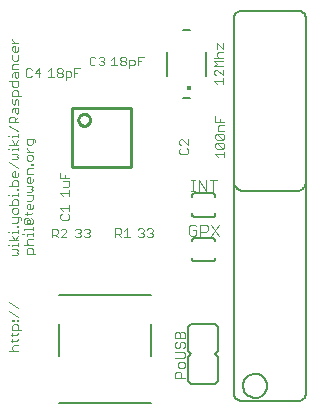
<source format=gto>
G75*
G70*
%OFA0B0*%
%FSLAX24Y24*%
%IPPOS*%
%LPD*%
%AMOC8*
5,1,8,0,0,1.08239X$1,22.5*
%
%ADD10C,0.0030*%
%ADD11C,0.0060*%
%ADD12C,0.0080*%
%ADD13C,0.0143*%
%ADD14C,0.0050*%
%ADD15C,0.0100*%
D10*
X000395Y001895D02*
X000685Y001895D01*
X000540Y001895D02*
X000492Y001943D01*
X000492Y002040D01*
X000540Y002088D01*
X000685Y002088D01*
X000637Y002238D02*
X000685Y002286D01*
X000637Y002238D02*
X000443Y002238D01*
X000492Y002190D02*
X000492Y002286D01*
X000492Y002386D02*
X000492Y002483D01*
X000443Y002434D02*
X000637Y002434D01*
X000685Y002483D01*
X000685Y002583D02*
X000685Y002728D01*
X000637Y002776D01*
X000540Y002776D01*
X000492Y002728D01*
X000492Y002583D01*
X000782Y002583D01*
X000685Y002877D02*
X000637Y002877D01*
X000637Y002926D01*
X000685Y002926D01*
X000685Y002877D01*
X000540Y002877D02*
X000492Y002877D01*
X000492Y002926D01*
X000540Y002926D01*
X000540Y002877D01*
X000685Y003024D02*
X000395Y003218D01*
X000395Y003513D02*
X000685Y003319D01*
X000637Y005087D02*
X000492Y005087D01*
X000637Y005087D02*
X000685Y005135D01*
X000637Y005184D01*
X000685Y005232D01*
X000637Y005281D01*
X000492Y005281D01*
X000492Y005382D02*
X000492Y005430D01*
X000685Y005430D01*
X000685Y005382D02*
X000685Y005478D01*
X000685Y005578D02*
X000395Y005578D01*
X000395Y005430D02*
X000346Y005430D01*
X000588Y005578D02*
X000492Y005723D01*
X000492Y005824D02*
X000492Y005872D01*
X000685Y005872D01*
X000685Y005824D02*
X000685Y005920D01*
X000685Y006020D02*
X000685Y006068D01*
X000637Y006068D01*
X000637Y006020D01*
X000685Y006020D01*
X000637Y006167D02*
X000685Y006216D01*
X000685Y006361D01*
X000733Y006361D02*
X000782Y006313D01*
X000782Y006264D01*
X000875Y006263D02*
X000875Y006167D01*
X000923Y006118D01*
X001117Y006118D01*
X001165Y006167D01*
X001165Y006263D01*
X001117Y006312D01*
X001068Y006263D02*
X000972Y006263D01*
X000972Y006167D01*
X001068Y006167D01*
X001068Y006263D01*
X001020Y006312D01*
X000923Y006312D01*
X000875Y006263D01*
X000972Y006413D02*
X000972Y006510D01*
X000923Y006461D02*
X001117Y006461D01*
X001165Y006510D01*
X001117Y006609D02*
X001020Y006609D01*
X000972Y006658D01*
X000972Y006755D01*
X001020Y006803D01*
X001068Y006803D01*
X001068Y006609D01*
X001117Y006609D02*
X001165Y006658D01*
X001165Y006755D01*
X001117Y006904D02*
X001165Y006952D01*
X001165Y007098D01*
X000972Y007098D01*
X000972Y007199D02*
X001117Y007199D01*
X001165Y007247D01*
X001117Y007295D01*
X001165Y007344D01*
X001117Y007392D01*
X000972Y007392D01*
X001020Y007493D02*
X000972Y007542D01*
X000972Y007639D01*
X001020Y007687D01*
X001068Y007687D01*
X001068Y007493D01*
X001020Y007493D02*
X001117Y007493D01*
X001165Y007542D01*
X001165Y007639D01*
X001165Y007788D02*
X000972Y007788D01*
X000972Y007933D01*
X001020Y007982D01*
X001165Y007982D01*
X001165Y008083D02*
X001117Y008083D01*
X001117Y008131D01*
X001165Y008131D01*
X001165Y008083D01*
X001117Y008230D02*
X001165Y008278D01*
X001165Y008375D01*
X001117Y008424D01*
X001020Y008424D01*
X000972Y008375D01*
X000972Y008278D01*
X001020Y008230D01*
X001117Y008230D01*
X001165Y008525D02*
X000972Y008525D01*
X001068Y008525D02*
X000972Y008621D01*
X000972Y008670D01*
X001020Y008770D02*
X001117Y008770D01*
X001165Y008819D01*
X001165Y008964D01*
X001213Y008964D02*
X000972Y008964D01*
X000972Y008819D01*
X001020Y008770D01*
X001213Y008964D02*
X001262Y008915D01*
X001262Y008867D01*
X000685Y008915D02*
X000588Y008770D01*
X000492Y008915D01*
X000492Y009016D02*
X000492Y009064D01*
X000685Y009064D01*
X000685Y009016D02*
X000685Y009112D01*
X000685Y009212D02*
X000395Y009406D01*
X000395Y009507D02*
X000395Y009652D01*
X000443Y009700D01*
X000540Y009700D01*
X000588Y009652D01*
X000588Y009507D01*
X000588Y009604D02*
X000685Y009700D01*
X000637Y009801D02*
X000588Y009850D01*
X000588Y009995D01*
X000540Y009995D02*
X000685Y009995D01*
X000685Y009850D01*
X000637Y009801D01*
X000492Y009850D02*
X000492Y009947D01*
X000540Y009995D01*
X000540Y010096D02*
X000492Y010145D01*
X000492Y010290D01*
X000492Y010391D02*
X000492Y010536D01*
X000540Y010584D01*
X000637Y010584D01*
X000685Y010536D01*
X000685Y010391D01*
X000782Y010391D02*
X000492Y010391D01*
X000637Y010290D02*
X000588Y010241D01*
X000588Y010145D01*
X000540Y010096D01*
X000685Y010096D02*
X000685Y010241D01*
X000637Y010290D01*
X000637Y010685D02*
X000540Y010685D01*
X000492Y010734D01*
X000492Y010879D01*
X000395Y010879D02*
X000685Y010879D01*
X000685Y010734D01*
X000637Y010685D01*
X000637Y010980D02*
X000588Y011028D01*
X000588Y011174D01*
X000540Y011174D02*
X000685Y011174D01*
X000685Y011028D01*
X000637Y010980D01*
X000492Y011028D02*
X000492Y011125D01*
X000540Y011174D01*
X000492Y011275D02*
X000492Y011420D01*
X000540Y011468D01*
X000685Y011468D01*
X000637Y011569D02*
X000685Y011618D01*
X000685Y011763D01*
X000637Y011864D02*
X000540Y011864D01*
X000492Y011912D01*
X000492Y012009D01*
X000540Y012058D01*
X000588Y012058D01*
X000588Y011864D01*
X000637Y011864D02*
X000685Y011912D01*
X000685Y012009D01*
X000685Y012159D02*
X000492Y012159D01*
X000588Y012159D02*
X000492Y012255D01*
X000492Y012304D01*
X000492Y011763D02*
X000492Y011618D01*
X000540Y011569D01*
X000637Y011569D01*
X000685Y011275D02*
X000492Y011275D01*
X000943Y011267D02*
X000943Y011073D01*
X000992Y011025D01*
X001088Y011025D01*
X001137Y011073D01*
X001238Y011170D02*
X001431Y011170D01*
X001383Y011025D02*
X001383Y011315D01*
X001238Y011170D01*
X001137Y011267D02*
X001088Y011315D01*
X000992Y011315D01*
X000943Y011267D01*
X001679Y011218D02*
X001776Y011315D01*
X001776Y011025D01*
X001872Y011025D02*
X001679Y011025D01*
X001974Y011073D02*
X001974Y011122D01*
X002022Y011170D01*
X002119Y011170D01*
X002167Y011122D01*
X002167Y011073D01*
X002119Y011025D01*
X002022Y011025D01*
X001974Y011073D01*
X002022Y011170D02*
X001974Y011218D01*
X001974Y011267D01*
X002022Y011315D01*
X002119Y011315D01*
X002167Y011267D01*
X002167Y011218D01*
X002119Y011170D01*
X002268Y011218D02*
X002268Y010928D01*
X002268Y011025D02*
X002413Y011025D01*
X002462Y011073D01*
X002462Y011170D01*
X002413Y011218D01*
X002268Y011218D01*
X002563Y011170D02*
X002660Y011170D01*
X002563Y011025D02*
X002563Y011315D01*
X002756Y011315D01*
X003070Y011456D02*
X003118Y011408D01*
X003215Y011408D01*
X003263Y011456D01*
X003365Y011456D02*
X003413Y011408D01*
X003510Y011408D01*
X003558Y011456D01*
X003558Y011504D01*
X003510Y011553D01*
X003461Y011553D01*
X003510Y011553D02*
X003558Y011601D01*
X003558Y011649D01*
X003510Y011698D01*
X003413Y011698D01*
X003365Y011649D01*
X003263Y011649D02*
X003215Y011698D01*
X003118Y011698D01*
X003070Y011649D01*
X003070Y011456D01*
X003795Y011408D02*
X003988Y011408D01*
X003892Y011408D02*
X003892Y011698D01*
X003795Y011601D01*
X004090Y011601D02*
X004090Y011649D01*
X004138Y011698D01*
X004235Y011698D01*
X004283Y011649D01*
X004283Y011601D01*
X004235Y011553D01*
X004138Y011553D01*
X004090Y011601D01*
X004138Y011553D02*
X004090Y011504D01*
X004090Y011456D01*
X004138Y011408D01*
X004235Y011408D01*
X004283Y011456D01*
X004283Y011504D01*
X004235Y011553D01*
X004384Y011601D02*
X004384Y011311D01*
X004384Y011408D02*
X004529Y011408D01*
X004578Y011456D01*
X004578Y011553D01*
X004529Y011601D01*
X004384Y011601D01*
X004679Y011553D02*
X004776Y011553D01*
X004872Y011698D02*
X004679Y011698D01*
X004679Y011408D01*
X006111Y008946D02*
X006062Y008897D01*
X006062Y008801D01*
X006111Y008752D01*
X006111Y008651D02*
X006062Y008603D01*
X006062Y008506D01*
X006111Y008458D01*
X006304Y008458D01*
X006353Y008506D01*
X006353Y008603D01*
X006304Y008651D01*
X006353Y008752D02*
X006159Y008946D01*
X006111Y008946D01*
X006353Y008946D02*
X006353Y008752D01*
X007262Y008785D02*
X007262Y008688D01*
X007311Y008640D01*
X007504Y008640D01*
X007311Y008833D01*
X007504Y008833D01*
X007553Y008785D01*
X007553Y008688D01*
X007504Y008640D01*
X007553Y008538D02*
X007553Y008345D01*
X007553Y008442D02*
X007262Y008442D01*
X007359Y008345D01*
X007262Y008785D02*
X007311Y008833D01*
X007311Y008934D02*
X007262Y008983D01*
X007262Y009079D01*
X007311Y009128D01*
X007504Y008934D01*
X007553Y008983D01*
X007553Y009079D01*
X007504Y009128D01*
X007311Y009128D01*
X007359Y009229D02*
X007359Y009374D01*
X007407Y009422D01*
X007553Y009422D01*
X007553Y009524D02*
X007262Y009524D01*
X007262Y009717D01*
X007407Y009620D02*
X007407Y009524D01*
X007359Y009229D02*
X007553Y009229D01*
X007504Y008934D02*
X007311Y008934D01*
X007318Y007590D02*
X007071Y007590D01*
X006950Y007590D02*
X006950Y007220D01*
X006703Y007590D01*
X006703Y007220D01*
X006581Y007220D02*
X006458Y007220D01*
X006519Y007220D02*
X006519Y007590D01*
X006458Y007590D02*
X006581Y007590D01*
X007195Y007590D02*
X007195Y007220D01*
X007119Y006103D02*
X007366Y005733D01*
X007119Y005733D02*
X007366Y006103D01*
X006998Y006041D02*
X006998Y005918D01*
X006936Y005856D01*
X006751Y005856D01*
X006751Y005733D02*
X006751Y006103D01*
X006936Y006103D01*
X006998Y006041D01*
X006629Y006041D02*
X006568Y006103D01*
X006444Y006103D01*
X006383Y006041D01*
X006383Y005794D01*
X006444Y005733D01*
X006568Y005733D01*
X006629Y005794D01*
X006629Y005918D01*
X006506Y005918D01*
X005169Y005929D02*
X005169Y005881D01*
X005120Y005833D01*
X005169Y005784D01*
X005169Y005736D01*
X005120Y005688D01*
X005024Y005688D01*
X004975Y005736D01*
X004874Y005736D02*
X004826Y005688D01*
X004729Y005688D01*
X004681Y005736D01*
X004777Y005833D02*
X004826Y005833D01*
X004874Y005784D01*
X004874Y005736D01*
X004826Y005833D02*
X004874Y005881D01*
X004874Y005929D01*
X004826Y005978D01*
X004729Y005978D01*
X004681Y005929D01*
X004419Y005688D02*
X004225Y005688D01*
X004322Y005688D02*
X004322Y005978D01*
X004225Y005881D01*
X004124Y005929D02*
X004124Y005833D01*
X004076Y005784D01*
X003931Y005784D01*
X004027Y005784D02*
X004124Y005688D01*
X003931Y005688D02*
X003931Y005978D01*
X004076Y005978D01*
X004124Y005929D01*
X004975Y005929D02*
X005024Y005978D01*
X005120Y005978D01*
X005169Y005929D01*
X005120Y005833D02*
X005072Y005833D01*
X003069Y005868D02*
X003020Y005820D01*
X003069Y005772D01*
X003069Y005723D01*
X003020Y005675D01*
X002924Y005675D01*
X002875Y005723D01*
X002774Y005723D02*
X002726Y005675D01*
X002629Y005675D01*
X002581Y005723D01*
X002677Y005820D02*
X002726Y005820D01*
X002774Y005772D01*
X002774Y005723D01*
X002726Y005820D02*
X002774Y005868D01*
X002774Y005917D01*
X002726Y005965D01*
X002629Y005965D01*
X002581Y005917D01*
X002294Y005917D02*
X002245Y005965D01*
X002149Y005965D01*
X002100Y005917D01*
X001999Y005917D02*
X001999Y005820D01*
X001951Y005772D01*
X001806Y005772D01*
X001902Y005772D02*
X001999Y005675D01*
X002100Y005675D02*
X002294Y005868D01*
X002294Y005917D01*
X002294Y005675D02*
X002100Y005675D01*
X001999Y005917D02*
X001951Y005965D01*
X001806Y005965D01*
X001806Y005675D01*
X002138Y006262D02*
X002090Y006310D01*
X002090Y006407D01*
X002138Y006455D01*
X002187Y006557D02*
X002090Y006653D01*
X002380Y006653D01*
X002380Y006557D02*
X002380Y006750D01*
X002380Y007055D02*
X002380Y007248D01*
X002380Y007152D02*
X002090Y007152D01*
X002187Y007055D01*
X002187Y007349D02*
X002332Y007349D01*
X002380Y007398D01*
X002380Y007543D01*
X002187Y007543D01*
X002235Y007644D02*
X002235Y007741D01*
X002380Y007644D02*
X002090Y007644D01*
X002090Y007838D01*
X001117Y006904D02*
X000972Y006904D01*
X000685Y006902D02*
X000685Y006757D01*
X000395Y006757D01*
X000492Y006757D02*
X000492Y006902D01*
X000540Y006950D01*
X000637Y006950D01*
X000685Y006902D01*
X000685Y007051D02*
X000685Y007148D01*
X000685Y007100D02*
X000492Y007100D01*
X000492Y007051D01*
X000395Y007100D02*
X000346Y007100D01*
X000395Y007395D02*
X000685Y007395D01*
X000685Y007540D01*
X000637Y007589D01*
X000540Y007589D01*
X000492Y007540D01*
X000492Y007395D01*
X000637Y007296D02*
X000637Y007248D01*
X000685Y007248D01*
X000685Y007296D01*
X000637Y007296D01*
X000637Y007690D02*
X000540Y007690D01*
X000492Y007738D01*
X000492Y007835D01*
X000540Y007883D01*
X000588Y007883D01*
X000588Y007690D01*
X000637Y007690D02*
X000685Y007738D01*
X000685Y007835D01*
X000685Y007984D02*
X000395Y008178D01*
X000492Y008279D02*
X000637Y008279D01*
X000685Y008327D01*
X000637Y008376D01*
X000685Y008424D01*
X000637Y008473D01*
X000492Y008473D01*
X000492Y008574D02*
X000492Y008622D01*
X000685Y008622D01*
X000685Y008574D02*
X000685Y008671D01*
X000685Y008770D02*
X000395Y008770D01*
X000395Y008622D02*
X000346Y008622D01*
X000346Y009064D02*
X000395Y009064D01*
X000395Y009507D02*
X000685Y009507D01*
X000637Y006656D02*
X000540Y006656D01*
X000492Y006607D01*
X000492Y006510D01*
X000540Y006462D01*
X000637Y006462D01*
X000685Y006510D01*
X000685Y006607D01*
X000637Y006656D01*
X000733Y006361D02*
X000492Y006361D01*
X000492Y006167D02*
X000637Y006167D01*
X000875Y005970D02*
X000875Y005922D01*
X000875Y005970D02*
X001165Y005970D01*
X001165Y005922D02*
X001165Y006019D01*
X001165Y005822D02*
X001165Y005725D01*
X001165Y005774D02*
X000972Y005774D01*
X000972Y005725D01*
X000875Y005774D02*
X000826Y005774D01*
X000685Y005723D02*
X000588Y005578D01*
X000395Y005872D02*
X000346Y005872D01*
X000875Y005431D02*
X001165Y005431D01*
X001117Y005330D02*
X001165Y005281D01*
X001165Y005136D01*
X001262Y005136D02*
X000972Y005136D01*
X000972Y005281D01*
X001020Y005330D01*
X001117Y005330D01*
X001020Y005431D02*
X000972Y005479D01*
X000972Y005576D01*
X001020Y005624D01*
X001165Y005624D01*
X002138Y006262D02*
X002332Y006262D01*
X002380Y006310D01*
X002380Y006407D01*
X002332Y006455D01*
X002875Y005917D02*
X002924Y005965D01*
X003020Y005965D01*
X003069Y005917D01*
X003069Y005868D01*
X003020Y005820D02*
X002972Y005820D01*
X005965Y002529D02*
X006020Y002529D01*
X006075Y002474D01*
X006075Y002308D01*
X006130Y002197D02*
X006185Y002197D01*
X006240Y002142D01*
X006240Y002032D01*
X006185Y001977D01*
X006185Y001866D02*
X005910Y001866D01*
X005965Y001977D02*
X006020Y001977D01*
X006075Y002032D01*
X006075Y002142D01*
X006130Y002197D01*
X006240Y002308D02*
X006240Y002474D01*
X006185Y002529D01*
X006130Y002529D01*
X006075Y002474D01*
X005965Y002529D02*
X005910Y002474D01*
X005910Y002308D01*
X006240Y002308D01*
X005965Y002197D02*
X005910Y002142D01*
X005910Y002032D01*
X005965Y001977D01*
X006185Y001866D02*
X006240Y001811D01*
X006240Y001701D01*
X006185Y001645D01*
X005910Y001645D01*
X006075Y001534D02*
X006020Y001479D01*
X006020Y001369D01*
X006075Y001314D01*
X006185Y001314D01*
X006240Y001369D01*
X006240Y001479D01*
X006185Y001534D01*
X006075Y001534D01*
X006075Y001203D02*
X005965Y001203D01*
X005910Y001148D01*
X005910Y000983D01*
X006240Y000983D01*
X006130Y000983D02*
X006130Y001148D01*
X006075Y001203D01*
X007317Y010784D02*
X007220Y010881D01*
X007510Y010881D01*
X007510Y010784D02*
X007510Y010978D01*
X007510Y011079D02*
X007317Y011272D01*
X007268Y011272D01*
X007220Y011224D01*
X007220Y011127D01*
X007268Y011079D01*
X007510Y011079D02*
X007510Y011272D01*
X007510Y011374D02*
X007220Y011374D01*
X007317Y011470D01*
X007220Y011567D01*
X007510Y011567D01*
X007510Y011668D02*
X007220Y011668D01*
X007317Y011717D02*
X007317Y011813D01*
X007365Y011862D01*
X007510Y011862D01*
X007510Y011963D02*
X007510Y012156D01*
X007317Y012156D02*
X007510Y011963D01*
X007317Y011963D02*
X007317Y012156D01*
X007317Y011717D02*
X007365Y011668D01*
D11*
X007880Y012980D02*
X007880Y000480D01*
X007882Y000450D01*
X007887Y000420D01*
X007896Y000391D01*
X007909Y000364D01*
X007924Y000338D01*
X007943Y000314D01*
X007964Y000293D01*
X007988Y000274D01*
X008014Y000259D01*
X008041Y000246D01*
X008070Y000237D01*
X008100Y000232D01*
X008130Y000230D01*
X010030Y000230D01*
X010060Y000232D01*
X010090Y000237D01*
X010119Y000246D01*
X010146Y000259D01*
X010172Y000274D01*
X010196Y000293D01*
X010217Y000314D01*
X010236Y000338D01*
X010251Y000364D01*
X010264Y000391D01*
X010273Y000420D01*
X010278Y000450D01*
X010280Y000480D01*
X010280Y012980D01*
X010278Y013010D01*
X010273Y013040D01*
X010264Y013069D01*
X010251Y013096D01*
X010236Y013122D01*
X010217Y013146D01*
X010196Y013167D01*
X010172Y013186D01*
X010146Y013201D01*
X010119Y013214D01*
X010090Y013223D01*
X010060Y013228D01*
X010030Y013230D01*
X008130Y013230D01*
X008100Y013228D01*
X008070Y013223D01*
X008041Y013214D01*
X008014Y013201D01*
X007988Y013186D01*
X007964Y013167D01*
X007943Y013146D01*
X007924Y013122D01*
X007909Y013096D01*
X007896Y013069D01*
X007887Y013040D01*
X007882Y013010D01*
X007880Y012980D01*
X007880Y007530D02*
X007882Y007496D01*
X007888Y007463D01*
X007897Y007431D01*
X007910Y007400D01*
X007926Y007370D01*
X007945Y007343D01*
X007968Y007318D01*
X007993Y007295D01*
X008020Y007276D01*
X008050Y007260D01*
X008081Y007247D01*
X008113Y007238D01*
X008146Y007232D01*
X008180Y007230D01*
X009980Y007230D01*
X010014Y007232D01*
X010047Y007238D01*
X010079Y007247D01*
X010110Y007260D01*
X010140Y007276D01*
X010167Y007295D01*
X010192Y007318D01*
X010215Y007343D01*
X010234Y007370D01*
X010250Y007400D01*
X010263Y007431D01*
X010272Y007463D01*
X010278Y007496D01*
X010280Y007530D01*
X007255Y002780D02*
X006455Y002780D01*
X006355Y002680D01*
X006355Y001880D01*
X006455Y001780D01*
X006355Y001680D01*
X006355Y000880D01*
X006455Y000780D01*
X007255Y000780D01*
X007355Y000880D01*
X007355Y001680D01*
X007255Y001780D01*
X007355Y001880D01*
X007355Y002680D01*
X007255Y002780D01*
D12*
X007182Y004874D02*
X006553Y004874D01*
X006552Y004874D02*
X006536Y004879D01*
X006520Y004887D01*
X006506Y004897D01*
X006494Y004909D01*
X006484Y004924D01*
X006477Y004940D01*
X006473Y004957D01*
X006472Y004974D01*
X006474Y004992D01*
X006474Y005543D02*
X006472Y005561D01*
X006473Y005578D01*
X006477Y005595D01*
X006484Y005611D01*
X006494Y005626D01*
X006506Y005638D01*
X006520Y005648D01*
X006536Y005656D01*
X006552Y005661D01*
X006553Y005661D02*
X007182Y005661D01*
X007183Y005661D02*
X007199Y005656D01*
X007215Y005648D01*
X007229Y005638D01*
X007241Y005626D01*
X007251Y005611D01*
X007258Y005595D01*
X007262Y005578D01*
X007263Y005561D01*
X007261Y005543D01*
X007261Y004992D02*
X007263Y004974D01*
X007262Y004957D01*
X007258Y004940D01*
X007251Y004924D01*
X007241Y004909D01*
X007229Y004897D01*
X007215Y004887D01*
X007199Y004879D01*
X007183Y004874D01*
X007182Y006361D02*
X006553Y006361D01*
X006552Y006362D02*
X006536Y006367D01*
X006520Y006375D01*
X006506Y006385D01*
X006494Y006397D01*
X006484Y006412D01*
X006477Y006428D01*
X006473Y006445D01*
X006472Y006462D01*
X006474Y006480D01*
X006474Y007030D02*
X006472Y007048D01*
X006473Y007065D01*
X006477Y007082D01*
X006484Y007098D01*
X006494Y007113D01*
X006506Y007125D01*
X006520Y007135D01*
X006536Y007143D01*
X006552Y007148D01*
X006553Y007149D02*
X007182Y007149D01*
X007183Y007148D02*
X007199Y007143D01*
X007215Y007135D01*
X007229Y007125D01*
X007241Y007113D01*
X007251Y007098D01*
X007258Y007082D01*
X007262Y007065D01*
X007263Y007048D01*
X007261Y007030D01*
X007261Y006480D02*
X007263Y006462D01*
X007262Y006445D01*
X007258Y006428D01*
X007251Y006412D01*
X007241Y006397D01*
X007229Y006385D01*
X007215Y006375D01*
X007199Y006367D01*
X007183Y006362D01*
X006411Y010313D02*
X006174Y010313D01*
X005643Y011042D02*
X005643Y011868D01*
X006174Y012597D02*
X006411Y012597D01*
X006942Y011868D02*
X006942Y011042D01*
D13*
X006371Y010648D03*
D14*
X005115Y003766D02*
X002045Y003766D01*
X002320Y003766D02*
X002753Y003766D01*
X002045Y002782D02*
X002045Y001719D01*
X002045Y000144D02*
X005115Y000144D01*
X005115Y001719D02*
X005115Y002782D01*
X004840Y003766D02*
X004407Y003766D01*
X008180Y000730D02*
X008182Y000770D01*
X008188Y000809D01*
X008198Y000848D01*
X008211Y000885D01*
X008229Y000921D01*
X008250Y000955D01*
X008274Y000987D01*
X008301Y001016D01*
X008331Y001043D01*
X008363Y001066D01*
X008398Y001086D01*
X008434Y001102D01*
X008472Y001115D01*
X008511Y001124D01*
X008550Y001129D01*
X008590Y001130D01*
X008630Y001127D01*
X008669Y001120D01*
X008707Y001109D01*
X008745Y001095D01*
X008780Y001076D01*
X008813Y001055D01*
X008845Y001030D01*
X008873Y001002D01*
X008899Y000972D01*
X008921Y000939D01*
X008940Y000904D01*
X008956Y000867D01*
X008968Y000829D01*
X008976Y000790D01*
X008980Y000750D01*
X008980Y000710D01*
X008976Y000670D01*
X008968Y000631D01*
X008956Y000593D01*
X008940Y000556D01*
X008921Y000521D01*
X008899Y000488D01*
X008873Y000458D01*
X008845Y000430D01*
X008813Y000405D01*
X008780Y000384D01*
X008745Y000365D01*
X008707Y000351D01*
X008669Y000340D01*
X008630Y000333D01*
X008590Y000330D01*
X008550Y000331D01*
X008511Y000336D01*
X008472Y000345D01*
X008434Y000358D01*
X008398Y000374D01*
X008363Y000394D01*
X008331Y000417D01*
X008301Y000444D01*
X008274Y000473D01*
X008250Y000505D01*
X008229Y000539D01*
X008211Y000575D01*
X008198Y000612D01*
X008188Y000651D01*
X008182Y000690D01*
X008180Y000730D01*
D15*
X004464Y008021D02*
X002496Y008021D01*
X002496Y009989D01*
X004464Y009989D01*
X004464Y008021D01*
X002692Y009596D02*
X002694Y009623D01*
X002700Y009650D01*
X002709Y009676D01*
X002722Y009700D01*
X002738Y009723D01*
X002757Y009742D01*
X002779Y009759D01*
X002803Y009773D01*
X002828Y009783D01*
X002855Y009790D01*
X002882Y009793D01*
X002910Y009792D01*
X002937Y009787D01*
X002963Y009779D01*
X002987Y009767D01*
X003010Y009751D01*
X003031Y009733D01*
X003048Y009712D01*
X003063Y009688D01*
X003074Y009663D01*
X003082Y009637D01*
X003086Y009610D01*
X003086Y009582D01*
X003082Y009555D01*
X003074Y009529D01*
X003063Y009504D01*
X003048Y009480D01*
X003031Y009459D01*
X003010Y009441D01*
X002988Y009425D01*
X002963Y009413D01*
X002937Y009405D01*
X002910Y009400D01*
X002882Y009399D01*
X002855Y009402D01*
X002828Y009409D01*
X002803Y009419D01*
X002779Y009433D01*
X002757Y009450D01*
X002738Y009469D01*
X002722Y009492D01*
X002709Y009516D01*
X002700Y009542D01*
X002694Y009569D01*
X002692Y009596D01*
M02*

</source>
